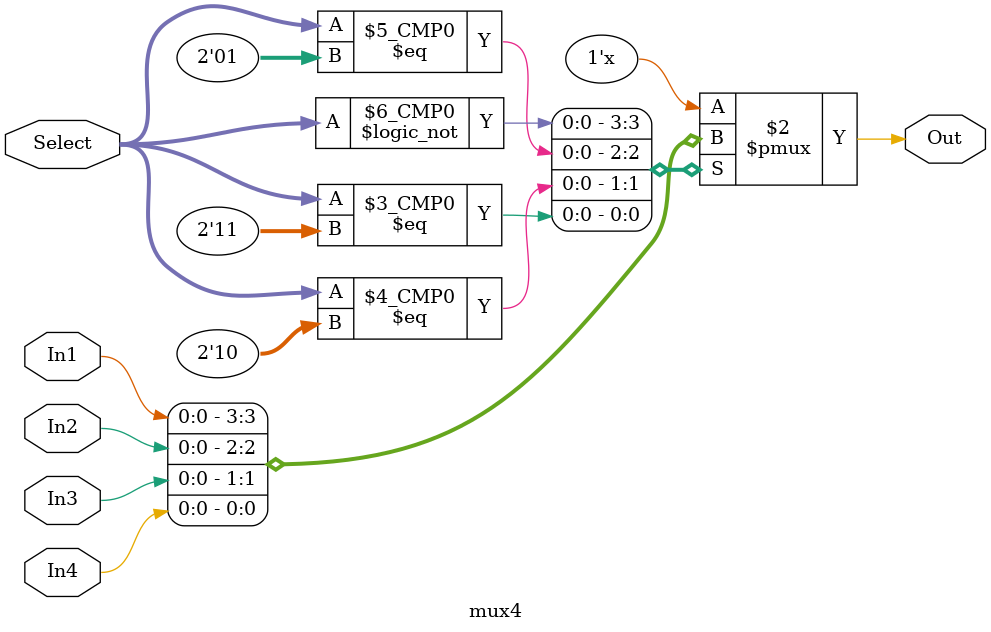
<source format=v>
module mux4( Select, In1, In2, In3, In4, Out );

input In1, In2, In3, In4;
input [1:0] Select;
output Out;
reg Out; //guarda a informação
always@(In1 or In2 or In3 or In4 or Select)
begin
	case(Select)
	2'b00 : Out = In1;
	2'b01 : Out = In2;
	2'b10 : Out = In3;
	2'b11 : Out = In4;
	endcase
	end
 

endmodule

</source>
